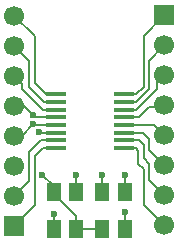
<source format=gbr>
G04 DipTrace 3.1.0.1*
G04 Top.gbr*
%MOIN*%
G04 #@! TF.FileFunction,Copper,L1,Top*
G04 #@! TF.Part,Single*
G04 #@! TA.AperFunction,Conductor*
%ADD14C,0.007008*%
%ADD16R,0.051181X0.059055*%
G04 #@! TA.AperFunction,ComponentPad*
%ADD17R,0.066929X0.066929*%
%ADD18C,0.066929*%
%ADD19R,0.070866X0.015748*%
G04 #@! TA.AperFunction,ViaPad*
%ADD20C,0.023622*%
%FSLAX26Y26*%
G04*
G70*
G90*
G75*
G01*
G04 Top*
%LPD*%
X749913Y481192D2*
D14*
X662234D1*
X587430Y606178D2*
Y624927D1*
X549934Y662423D1*
X593680Y828782D2*
X521060D1*
X518688Y831155D1*
X456194Y793690D2*
X481223D1*
X518688Y831155D1*
X587430Y606178D2*
Y599929D1*
X662423Y524937D1*
Y481381D1*
X662234Y481192D1*
X593680Y803192D2*
X540402D1*
X537436Y806157D1*
X662234Y606178D2*
Y662234D1*
X662423Y662423D1*
X824717Y481192D2*
Y537247D1*
X824906Y537436D1*
X749913Y662423D2*
Y606367D1*
X750102Y606178D1*
X593680Y854373D2*
X526717D1*
X518688Y862402D1*
X456194Y893690D2*
X487399D1*
X518688Y862402D1*
X587430Y481192D2*
Y531186D1*
X824906Y662423D2*
Y606178D1*
X593680Y931144D2*
X562433D1*
X524937Y968640D1*
Y1124948D1*
X456194Y1193690D1*
X593680Y905554D2*
X556777D1*
X506189Y956142D1*
Y1043696D1*
X456194Y1093690D1*
X593680Y879963D2*
X551121D1*
X481192Y949892D1*
Y968693D1*
X456194Y993690D1*
X822026Y931144D2*
X862402D1*
X887399Y956142D1*
Y1125034D1*
X956290Y1193925D1*
X822026Y905554D2*
X861808D1*
X906147Y949892D1*
Y1043782D1*
X956290Y1093925D1*
X822026Y879963D2*
X861215D1*
X931144Y949892D1*
Y968780D1*
X956290Y993925D1*
X822026Y854373D2*
X873121D1*
X906147Y887399D1*
X949764D1*
X956290Y893925D1*
X822026Y828782D2*
X921433D1*
X956290Y793925D1*
X822026Y803192D2*
X884115D1*
X906147Y781160D1*
Y744068D1*
X956290Y693925D1*
X822026Y777601D2*
X872210D1*
X887399Y762412D1*
Y718667D1*
X906147Y699919D1*
Y644068D1*
X956290Y593925D1*
X822034Y752010D2*
X860304D1*
X868651Y743664D1*
Y699919D1*
X887399Y681171D1*
Y562816D1*
X956290Y493925D1*
X593680Y777601D2*
X546375D1*
X506189Y737415D1*
Y643685D1*
X456194Y593690D1*
X593680Y752010D2*
X552031D1*
X524937Y724916D1*
Y562433D1*
X456194Y493690D1*
D20*
X824906Y537436D3*
X662423Y662423D3*
X537436Y806157D3*
X749913Y662423D3*
X518688Y862402D3*
X587430Y531186D3*
X549934Y662423D3*
X518688Y831155D3*
X824906Y662423D3*
D16*
X587430Y606178D3*
X662234D3*
X749913Y481192D3*
X824717D3*
X824906Y606178D3*
X750102D3*
D17*
X456194Y493690D3*
D18*
Y593690D3*
Y693690D3*
Y793690D3*
Y893690D3*
Y993690D3*
Y1093690D3*
Y1193690D3*
D17*
X956290Y1193925D3*
D18*
Y1093925D3*
Y993925D3*
Y893925D3*
Y793925D3*
Y693925D3*
Y593925D3*
Y493925D3*
D16*
X587430Y481192D3*
X662234D3*
D19*
X593680Y931144D3*
Y905554D3*
Y879963D3*
Y854373D3*
Y828782D3*
Y803192D3*
Y777601D3*
Y752010D3*
X822034D3*
X822026Y777601D3*
Y803192D3*
Y828782D3*
Y854373D3*
Y879963D3*
Y905554D3*
Y931144D3*
M02*

</source>
